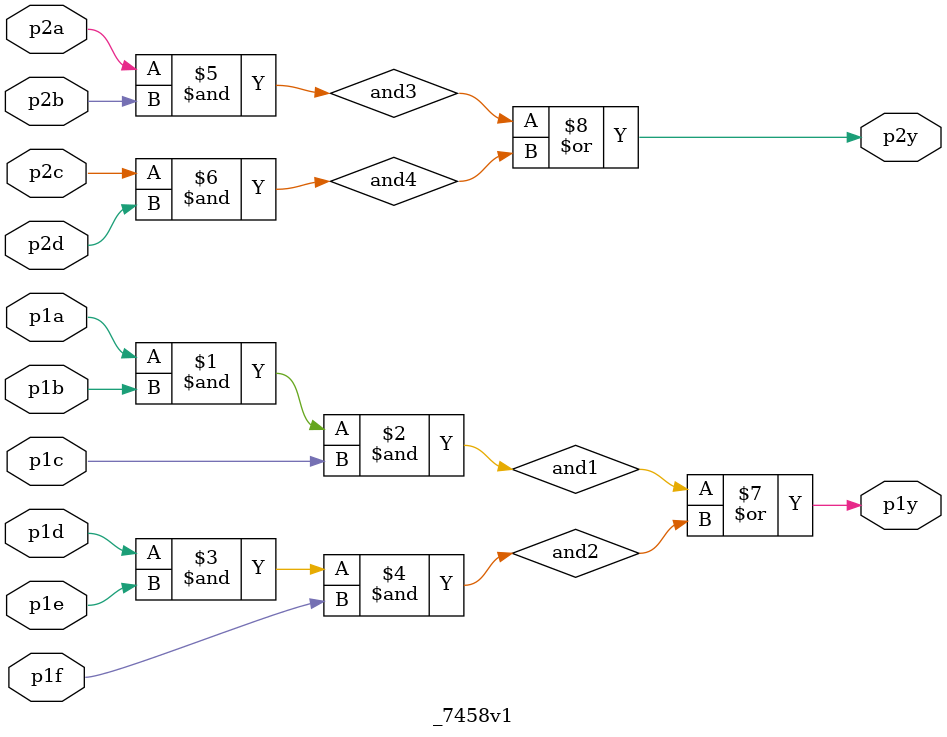
<source format=v>
`define Module_v1 0

module _7458v1 (
    p1a, 
    p1b,
    p1c,
    p1d,
    p1e,
    p1f,
    p1y,
    
    p2a, 
    p2b,
    p2c,
    p2d,
    p2y
);

input p1a, p1b, p1c, p1d, p1e, p1f;
input p2a, p2b, p2c, p2d;
output p1y;
output p2y;

wire and1, and2, and3, and4;

assign and1 = p1a & p1b & p1c;
assign and2 = p1d & p1e & p1f;
assign and3 = p2a & p2b; 
assign and4 = p2c & p2d;

assign p1y = and1 | and2;
assign p2y = and3 | and4;
    
endmodule
</source>
